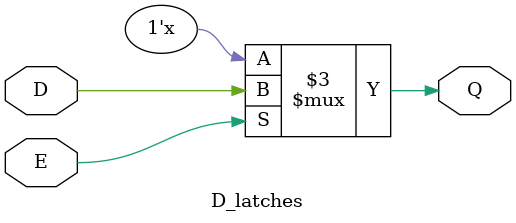
<source format=v>
module D_latches (
    input E,
    input D,
    output reg Q
);
    always @(E or D) begin
        if (E==1) Q<=D;
    end;
endmodule
</source>
